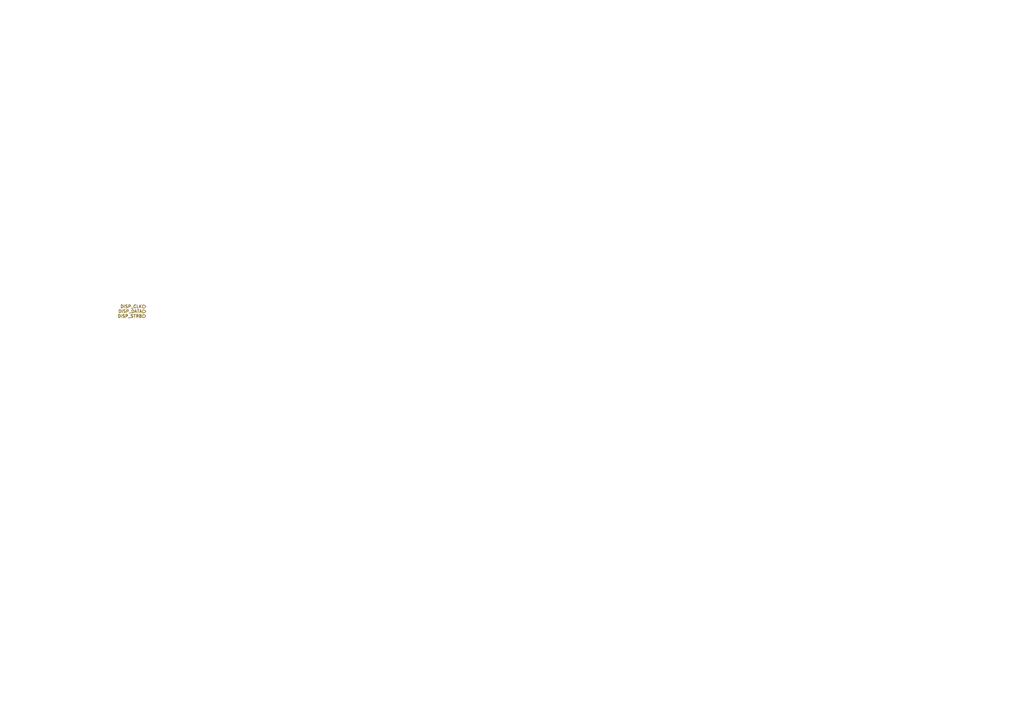
<source format=kicad_sch>
(kicad_sch (version 20211123) (generator eeschema)
  (paper "A4")
  (lib_symbols)
  (hierarchical_label "DISP_CLK" (shape input) (at 42.291 88.9 180) (effects (font (size 0.889 0.889))))
  (hierarchical_label "DISP_DATA" (shape input) (at 42.291 90.297 180) (effects (font (size 0.889 0.889))))
  (hierarchical_label "DISP_STRB" (shape input) (at 42.291 91.694 180) (effects (font (size 0.889 0.889))))
)
</source>
